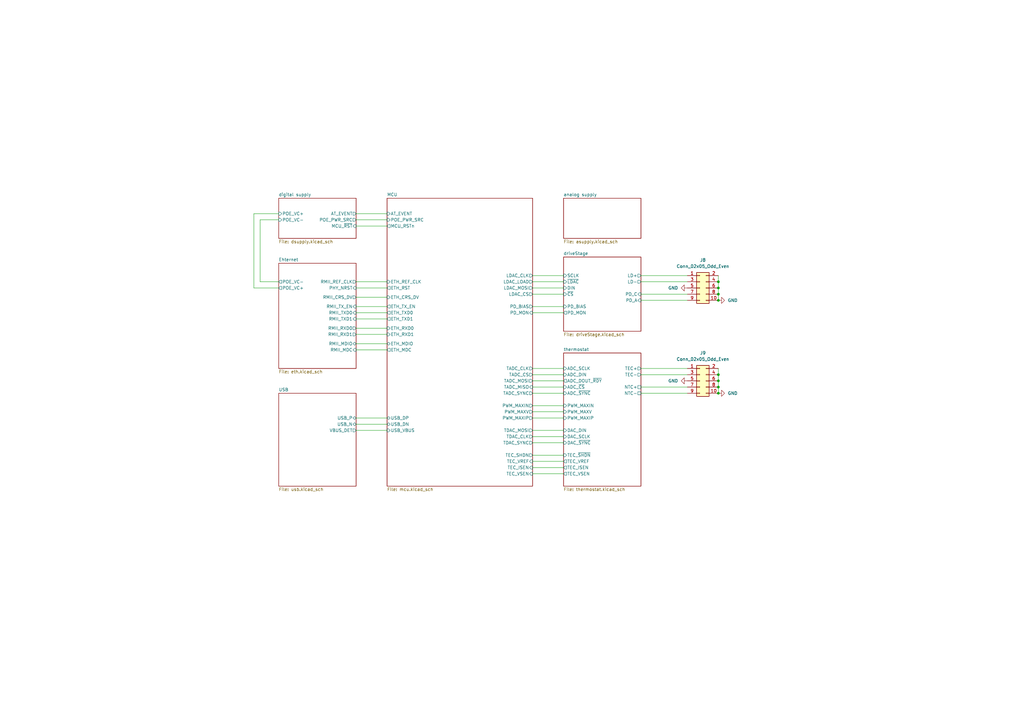
<source format=kicad_sch>
(kicad_sch (version 20211123) (generator eeschema)
  (paper "A3")
  (title_block (title "Kirdy") (date "2022-07-03") (rev "r0.1") (company "M-Labs") (comment 1 "Alex Wong Tat Hang"))
  (lib_symbols
    (symbol "Connector_Generic:Conn_02x05_Odd_Even" (pin_names (offset 1.016) hide)
      (property "Reference" "J" (at 1.27 7.62 0))
      (property "Value" "Conn_02x05_Odd_Even" (at 1.27 -7.62 0))
      (symbol "Conn_02x05_Odd_Even_1_1"
        (rectangle (start -1.27 -4.953) (end 0 -5.207) (stroke (width 0.1524)))
        (rectangle (start -1.27 -2.413) (end 0 -2.667) (stroke (width 0.1524)))
        (rectangle (start -1.27 0.127) (end 0 -0.127) (stroke (width 0.1524)))
        (rectangle (start -1.27 2.667) (end 0 2.413) (stroke (width 0.1524)))
        (rectangle (start -1.27 5.207) (end 0 4.953) (stroke (width 0.1524)))
        (rectangle (start -1.27 6.35) (end 3.81 -6.35) (stroke (width 0.254)) (fill (type background)))
        (rectangle (start 3.81 -4.953) (end 2.54 -5.207) (stroke (width 0.1524)))
        (rectangle (start 3.81 -2.413) (end 2.54 -2.667) (stroke (width 0.1524)))
        (rectangle (start 3.81 0.127) (end 2.54 -0.127) (stroke (width 0.1524)))
        (rectangle (start 3.81 2.667) (end 2.54 2.413) (stroke (width 0.1524)))
        (rectangle (start 3.81 5.207) (end 2.54 4.953) (stroke (width 0.1524)))
        (pin passive line (at -5.08 5.08 0) (length 3.81) (name "Pin_1") (number "1"))
        (pin passive line (at 7.62 -5.08 180) (length 3.81) (name "Pin_10") (number "10"))
        (pin passive line (at 7.62 5.08 180) (length 3.81) (name "Pin_2") (number "2"))
        (pin passive line (at -5.08 2.54 0) (length 3.81) (name "Pin_3") (number "3"))
        (pin passive line (at 7.62 2.54 180) (length 3.81) (name "Pin_4") (number "4"))
        (pin passive line (at -5.08 0 0) (length 3.81) (name "Pin_5") (number "5"))
        (pin passive line (at 7.62 0 180) (length 3.81) (name "Pin_6") (number "6"))
        (pin passive line (at -5.08 -2.54 0) (length 3.81) (name "Pin_7") (number "7"))
        (pin passive line (at 7.62 -2.54 180) (length 3.81) (name "Pin_8") (number "8"))
        (pin passive line (at -5.08 -5.08 0) (length 3.81) (name "Pin_9") (number "9"))
      )
    )
    (symbol "power:GND" (power) (pin_names (offset 0))
      (property "Value" "GND" (at 0 -3.81 0))
      (symbol "GND_0_1"
        (polyline (pts (xy 0 0) (xy 0 -1.27) (xy 1.27 -1.27) (xy 0 -2.54) (xy -1.27 -1.27) (xy 0 -1.27)))
      )
      (symbol "GND_1_1"
        (pin power_in line (at 0 0 270) (length 0) hide (name "GND") (number "1"))
      )
    )
  )
  (junction (at 294.64 161.29))
  (junction (at 294.64 118.11))
  (junction (at 294.64 158.75))
  (junction (at 294.64 156.21))
  (junction (at 294.64 120.65))
  (junction (at 294.64 115.57))
  (junction (at 294.64 153.67))
  (junction (at 294.64 123.19))
  (wire (pts (xy 146.05 176.53) (xy 158.75 176.53)))
  (wire (pts (xy 294.64 153.67) (xy 294.64 156.21)))
  (wire (pts (xy 218.44 168.91) (xy 231.14 168.91)))
  (wire (pts (xy 218.44 176.53) (xy 231.14 176.53)))
  (wire (pts (xy 294.64 115.57) (xy 294.64 118.11)))
  (wire (pts (xy 146.05 125.73) (xy 158.75 125.73)))
  (wire (pts (xy 262.89 123.19) (xy 281.94 123.19)))
  (wire (pts (xy 218.44 151.13) (xy 231.14 151.13)))
  (wire (pts (xy 146.05 173.99) (xy 158.75 173.99)))
  (wire (pts (xy 218.44 161.29) (xy 231.14 161.29)))
  (wire (pts (xy 146.05 115.57) (xy 158.75 115.57)))
  (wire (pts (xy 218.44 171.45) (xy 231.14 171.45)))
  (wire (pts (xy 146.05 140.97) (xy 158.75 140.97)))
  (wire (pts (xy 218.44 194.31) (xy 231.14 194.31)))
  (wire (pts (xy 218.44 153.67) (xy 231.14 153.67)))
  (wire (pts (xy 104.14 118.11) (xy 104.14 87.63)))
  (wire (pts (xy 218.44 166.37) (xy 231.14 166.37)))
  (wire (pts (xy 218.44 189.23) (xy 231.14 189.23)))
  (wire (pts (xy 218.44 179.07) (xy 231.14 179.07)))
  (wire (pts (xy 262.89 161.29) (xy 281.94 161.29)))
  (wire (pts (xy 146.05 121.92) (xy 158.75 121.92)))
  (wire (pts (xy 146.05 171.45) (xy 158.75 171.45)))
  (wire (pts (xy 146.05 87.63) (xy 158.75 87.63)))
  (wire (pts (xy 262.89 113.03) (xy 281.94 113.03)))
  (wire (pts (xy 146.05 90.17) (xy 158.75 90.17)))
  (wire (pts (xy 294.64 118.11) (xy 294.64 120.65)))
  (wire (pts (xy 106.68 115.57) (xy 106.68 90.17)))
  (wire (pts (xy 146.05 130.81) (xy 158.75 130.81)))
  (wire (pts (xy 218.44 115.57) (xy 231.14 115.57)))
  (wire (pts (xy 262.89 120.65) (xy 281.94 120.65)))
  (wire (pts (xy 106.68 90.17) (xy 114.3 90.17)))
  (wire (pts (xy 146.05 118.11) (xy 158.75 118.11)))
  (wire (pts (xy 146.05 128.27) (xy 158.75 128.27)))
  (wire (pts (xy 294.64 158.75) (xy 294.64 161.29)))
  (wire (pts (xy 114.3 118.11) (xy 104.14 118.11)))
  (wire (pts (xy 262.89 158.75) (xy 281.94 158.75)))
  (wire (pts (xy 146.05 134.62) (xy 158.75 134.62)))
  (wire (pts (xy 218.44 118.11) (xy 231.14 118.11)))
  (wire (pts (xy 294.64 120.65) (xy 294.64 123.19)))
  (wire (pts (xy 218.44 156.21) (xy 231.14 156.21)))
  (wire (pts (xy 218.44 128.27) (xy 231.14 128.27)))
  (wire (pts (xy 218.44 186.69) (xy 231.14 186.69)))
  (wire (pts (xy 218.44 125.73) (xy 231.14 125.73)))
  (wire (pts (xy 218.44 181.61) (xy 231.14 181.61)))
  (wire (pts (xy 218.44 158.75) (xy 231.14 158.75)))
  (wire (pts (xy 294.64 113.03) (xy 294.64 115.57)))
  (wire (pts (xy 218.44 120.65) (xy 231.14 120.65)))
  (wire (pts (xy 104.14 87.63) (xy 114.3 87.63)))
  (wire (pts (xy 262.89 151.13) (xy 281.94 151.13)))
  (wire (pts (xy 114.3 115.57) (xy 106.68 115.57)))
  (wire (pts (xy 262.89 153.67) (xy 281.94 153.67)))
  (wire (pts (xy 294.64 156.21) (xy 294.64 158.75)))
  (wire (pts (xy 146.05 143.51) (xy 158.75 143.51)))
  (wire (pts (xy 262.89 115.57) (xy 281.94 115.57)))
  (wire (pts (xy 218.44 191.77) (xy 231.14 191.77)))
  (wire (pts (xy 146.05 92.71) (xy 158.75 92.71)))
  (wire (pts (xy 218.44 113.03) (xy 231.14 113.03)))
  (wire (pts (xy 294.64 151.13) (xy 294.64 153.67)))
  (wire (pts (xy 146.05 137.16) (xy 158.75 137.16)))
  (symbol (lib_id "Connector_Generic:Conn_02x05_Odd_Even") (at 287.02 156.21 0) (unit 1)
    (property "Reference" "J9" (at 288.29 144.78 0))
    (property "Value" "Conn_02x05_Odd_Even" (at 288.29 147.32 0))
    (property "Footprint" "Connector_PinHeader_2.54mm:PinHeader_2x05_P2.54mm_Vertical_SMD" (effects hide))
    (property "MFR_PN" "3020-10-0300-00" (effects hide))
    (property "MFR_PN_ALT" "SBH11-NBPC-D05-SM-BK" (effects hide))
  )
  (symbol (lib_id "power:GND") (at 294.64 161.29 90) (unit 1)
    (property "Reference" "#PWR0159" (effects hide))
    (property "Value" "GND" (at 298.45 161.2899 90) (effects (justify right)))
  )
  (symbol (lib_id "power:GND") (at 281.94 118.11 270) (unit 1)
    (property "Reference" "#PWR0156" (effects hide))
    (property "Value" "GND" (at 278.13 118.1099 90) (effects (justify right)))
  )
  (symbol (lib_id "power:GND") (at 294.64 123.19 90) (unit 1)
    (property "Reference" "#PWR0158" (effects hide))
    (property "Value" "GND" (at 298.45 123.1899 90) (effects (justify right)))
  )
  (symbol (lib_id "Connector_Generic:Conn_02x05_Odd_Even") (at 287.02 118.11 0) (unit 1)
    (property "Reference" "J8" (at 288.29 106.68 0))
    (property "Value" "Conn_02x05_Odd_Even" (at 288.29 109.22 0))
    (property "Footprint" "Connector_PinHeader_2.54mm:PinHeader_2x05_P2.54mm_Vertical_SMD" (effects hide))
    (property "MFR_PN" "3020-10-0300-00" (effects hide))
    (property "MFR_PN_ALT" "SBH11-NBPC-D05-SM-BK" (effects hide))
  )
  (symbol (lib_id "power:GND") (at 281.94 156.21 270) (unit 1)
    (property "Reference" "#PWR0157" (effects hide))
    (property "Value" "GND" (at 278.13 156.2099 90) (effects (justify right)))
  )
  (sheet (at 114.3 107.95) (size 31.75 43.18) (stroke (width 0.1524))
    (property "Sheet name" "Ehternet" (at 114.3 107.2384 0) (effects (justify left bottom)))
    (property "Sheet file" "eth.kicad_sch" (at 114.3 151.7146 0) (effects (justify left top)))
    (pin "RMII_MDIO" bidirectional (at 146.05 140.97 0))
    (pin "PHY_NRST" input (at 146.05 118.11 0))
    (pin "RMII_MDC" input (at 146.05 143.51 0))
    (pin "RMII_CRS_DV" output (at 146.05 121.92 0))
    (pin "RMII_TX_EN" input (at 146.05 125.73 0))
    (pin "RMII_TXD0" input (at 146.05 128.27 0))
    (pin "RMII_TXD1" input (at 146.05 130.81 0))
    (pin "RMII_RXD0" output (at 146.05 134.62 0))
    (pin "RMII_RXD1" output (at 146.05 137.16 0))
    (pin "POE_VC-" output (at 114.3 115.57 180))
    (pin "POE_VC+" output (at 114.3 118.11 180))
    (pin "RMII_REF_CLK" output (at 146.05 115.57 0))
  )
  (sheet (at 114.3 161.29) (size 31.75 38.1) (stroke (width 0.1524))
    (property "Sheet name" "USB" (at 114.3 160.5784 0) (effects (justify left bottom)))
    (property "Sheet file" "usb.kicad_sch" (at 114.3 199.9746 0) (effects (justify left top)))
    (pin "USB_N" bidirectional (at 146.05 173.99 0))
    (pin "USB_P" bidirectional (at 146.05 171.45 0))
    (pin "VBUS_DET" output (at 146.05 176.53 0))
  )
  (sheet (at 231.14 105.41) (size 31.75 30.48) (stroke (width 0.1524))
    (property "Sheet name" "driveStage" (at 231.14 104.6984 0) (effects (justify left bottom)))
    (property "Sheet file" "driveStage.kicad_sch" (at 231.14 136.4746 0) (effects (justify left top)))
    (pin "LD-" output (at 262.89 115.57 0))
    (pin "LD+" output (at 262.89 113.03 0))
    (pin "SCLK" input (at 231.14 113.03 180))
    (pin "DIN" input (at 231.14 118.11 180))
    (pin "~{LDAC}" input (at 231.14 115.57 180))
    (pin "~{CS}" input (at 231.14 120.65 180))
    (pin "PD_A" input (at 262.89 123.19 0))
    (pin "PD_C" input (at 262.89 120.65 0))
    (pin "PD_BIAS" input (at 231.14 125.73 180))
    (pin "PD_MON" output (at 231.14 128.27 180))
  )
  (sheet (at 114.3 81.28) (size 31.75 16.51) (stroke (width 0.1524))
    (property "Sheet name" "digital supply" (at 114.3 80.5684 0) (effects (justify left bottom)))
    (property "Sheet file" "dsupply.kicad_sch" (at 114.3 98.3746 0) (effects (justify left top)))
    (pin "POE_VC-" input (at 114.3 90.17 180))
    (pin "MCU_~{RST}" input (at 146.05 92.71 0))
    (pin "POE_VC+" input (at 114.3 87.63 180))
    (pin "POE_PWR_SRC" output (at 146.05 90.17 0))
    (pin "AT_EVENT" output (at 146.05 87.63 0))
  )
  (sheet (at 231.14 144.78) (size 31.75 54.61) (stroke (width 0.1524))
    (property "Sheet name" "thermostat" (at 231.14 144.0684 0) (effects (justify left bottom)))
    (property "Sheet file" "thermostat.kicad_sch" (at 231.14 199.9746 0) (effects (justify left top)))
    (pin "TEC-" output (at 262.89 153.67 0))
    (pin "TEC+" output (at 262.89 151.13 0))
    (pin "NTC-" passive (at 262.89 161.29 0))
    (pin "NTC+" passive (at 262.89 158.75 0))
    (pin "DAC_~{SYNC}" input (at 231.14 181.61 180))
    (pin "DAC_SCLK" input (at 231.14 179.07 180))
    (pin "DAC_DIN" input (at 231.14 176.53 180))
    (pin "PWM_MAXV" input (at 231.14 168.91 180))
    (pin "ADC_SCLK" input (at 231.14 151.13 180))
    (pin "ADC_DIN" input (at 231.14 153.67 180))
    (pin "ADC_DOUT_~{RDY}" output (at 231.14 156.21 180))
    (pin "ADC_~{CS}" input (at 231.14 158.75 180))
    (pin "ADC_~{SYNC}" input (at 231.14 161.29 180))
    (pin "PWM_MAXIN" input (at 231.14 166.37 180))
    (pin "PWM_MAXIP" input (at 231.14 171.45 180))
    (pin "TEC_~{SHDN}" input (at 231.14 186.69 180))
    (pin "TEC_ISEN" output (at 231.14 191.77 180))
    (pin "TEC_VREF" output (at 231.14 189.23 180))
    (pin "TEC_VSEN" output (at 231.14 194.31 180))
  )
  (sheet (at 231.14 81.28) (size 31.75 16.51) (stroke (width 0.1524))
    (property "Sheet name" "analog supply" (at 231.14 80.5684 0) (effects (justify left bottom)))
    (property "Sheet file" "asupply.kicad_sch" (at 231.14 98.3746 0) (effects (justify left top)))
  )
  (sheet (at 158.75 81.28) (size 59.69 118.11) (stroke (width 0.1524))
    (property "Sheet name" "MCU" (at 158.75 80.5684 0) (effects (justify left bottom)))
    (property "Sheet file" "mcu.kicad_sch" (at 158.75 199.9746 0) (effects (justify left top)))
    (pin "ETH_RST" output (at 158.75 118.11 180))
    (pin "ETH_MDIO" bidirectional (at 158.75 140.97 180))
    (pin "PD_MON" input (at 218.44 128.27 0))
    (pin "PD_BIAS" output (at 218.44 125.73 0))
    (pin "TEC_SHDN" output (at 218.44 186.69 0))
    (pin "TEC_VREF" input (at 218.44 189.23 0))
    (pin "ETH_CRS_DV" input (at 158.75 121.92 180))
    (pin "USB_VBUS" input (at 158.75 176.53 180))
    (pin "TEC_ISEN" input (at 218.44 191.77 0))
    (pin "TEC_VSEN" input (at 218.44 194.31 0))
    (pin "USB_DP" bidirectional (at 158.75 171.45 180))
    (pin "USB_DN" bidirectional (at 158.75 173.99 180))
    (pin "TADC_CS" output (at 218.44 153.67 0))
    (pin "LDAC_CLK" output (at 218.44 113.03 0))
    (pin "ETH_TX_EN" output (at 158.75 125.73 180))
    (pin "ETH_TXD0" output (at 158.75 128.27 180))
    (pin "ETH_TXD1" output (at 158.75 130.81 180))
    (pin "LDAC_LOAD" output (at 218.44 115.57 0))
    (pin "AT_EVENT" input (at 158.75 87.63 180))
    (pin "POE_PWR_SRC" input (at 158.75 90.17 180))
    (pin "ETH_RXD0" input (at 158.75 134.62 180))
    (pin "ETH_RXD1" input (at 158.75 137.16 180))
    (pin "LDAC_MOSI" output (at 218.44 118.11 0))
    (pin "TADC_MOSI" output (at 218.44 156.21 0))
    (pin "TADC_MISO" input (at 218.44 158.75 0))
    (pin "PWM_MAXIP" output (at 218.44 171.45 0))
    (pin "ETH_MDC" output (at 158.75 143.51 180))
    (pin "LDAC_CS" output (at 218.44 120.65 0))
    (pin "TADC_SYNC" output (at 218.44 161.29 0))
    (pin "TDAC_CLK" output (at 218.44 179.07 0))
    (pin "TDAC_SYNC" output (at 218.44 181.61 0))
    (pin "TDAC_MOSI" output (at 218.44 176.53 0))
    (pin "PWM_MAXIN" output (at 218.44 166.37 0))
    (pin "PWM_MAXV" output (at 218.44 168.91 0))
    (pin "TADC_CLK" output (at 218.44 151.13 0))
    (pin "ETH_REF_CLK" input (at 158.75 115.57 180))
    (pin "MCU_RSTn" output (at 158.75 92.71 180))
  )
)
</source>
